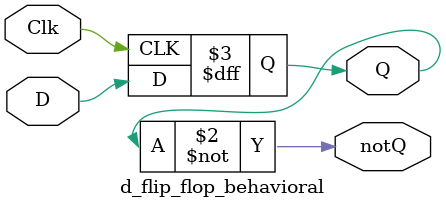
<source format=v>
`timescale 1ns / 1ps
`default_nettype none

module d_flip_flop_behavioral(
    output reg Q,   //described in behavioral statement
    output wire notQ,   //described in a dataflow statement
    input wire D,
    input wire Clk  //clock signal
);
    //describe behavior of D flip_flop
    always@(posedge Clk)    //posedge means positive (rising) edge
                            //trigger when rising edge of Clk
        Q<=D;   //non-blocking assignment statement
    assign notQ = ~Q;
endmodule
</source>
